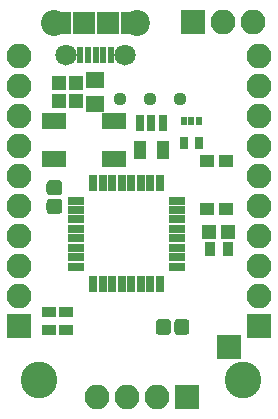
<source format=gbr>
G04 #@! TF.GenerationSoftware,KiCad,Pcbnew,5.1.2-f72e74a~84~ubuntu18.04.1*
G04 #@! TF.CreationDate,2019-07-10T23:14:27-06:00*
G04 #@! TF.ProjectId,rfboard,7266626f-6172-4642-9e6b-696361645f70,rev?*
G04 #@! TF.SameCoordinates,Original*
G04 #@! TF.FileFunction,Soldermask,Top*
G04 #@! TF.FilePolarity,Negative*
%FSLAX46Y46*%
G04 Gerber Fmt 4.6, Leading zero omitted, Abs format (unit mm)*
G04 Created by KiCad (PCBNEW 5.1.2-f72e74a~84~ubuntu18.04.1) date 2019-07-10 23:14:27*
%MOMM*%
%LPD*%
G04 APERTURE LIST*
%ADD10R,2.051000X1.398220*%
%ADD11R,1.200000X1.200000*%
%ADD12R,1.370000X0.658800*%
%ADD13R,0.658800X1.370000*%
%ADD14R,0.800000X1.340000*%
%ADD15R,1.000000X1.540000*%
%ADD16C,3.100000*%
%ADD17R,1.150000X1.200000*%
%ADD18R,1.650000X1.400000*%
%ADD19R,2.100000X2.100000*%
%ADD20O,2.100000X2.100000*%
%ADD21R,0.900000X1.300000*%
%ADD22R,0.500000X0.750000*%
%ADD23R,0.800000X1.050000*%
%ADD24R,1.201420X1.102360*%
%ADD25R,1.300000X0.900000*%
%ADD26C,0.100000*%
%ADD27C,1.275000*%
%ADD28C,1.130000*%
%ADD29R,0.500000X1.450000*%
%ADD30C,1.808000*%
%ADD31C,2.200000*%
%ADD32R,1.900000X1.950000*%
G04 APERTURE END LIST*
D10*
X110424440Y-137600000D03*
X110424440Y-140795320D03*
X115575560Y-140795320D03*
X115575560Y-137600000D03*
D11*
X125200000Y-147000000D03*
X123600000Y-147000000D03*
D12*
X120893820Y-144302140D03*
X120893820Y-145102240D03*
X120893820Y-145902340D03*
X120893820Y-146702440D03*
X120893820Y-147500000D03*
X120893820Y-148300100D03*
X120893820Y-149100200D03*
X120893820Y-149900300D03*
D13*
X119400300Y-151393820D03*
X118600200Y-151393820D03*
X117800100Y-151393820D03*
X117000000Y-151393820D03*
X116202440Y-151393820D03*
X115402340Y-151393820D03*
X114602240Y-151393820D03*
X113802140Y-151393820D03*
D12*
X112308620Y-149900300D03*
X112308620Y-149100200D03*
X112308620Y-148300100D03*
X112308620Y-147500000D03*
X112308620Y-146702440D03*
X112308620Y-145902340D03*
X112308620Y-145102240D03*
X112308620Y-144302140D03*
D13*
X113802140Y-142808620D03*
X114602240Y-142808620D03*
X115402340Y-142808620D03*
X116202440Y-142808620D03*
X117000000Y-142808620D03*
X117800100Y-142808620D03*
X118600200Y-142808620D03*
X119400300Y-142808620D03*
D14*
X119650000Y-137760000D03*
X118700000Y-137760000D03*
X117750000Y-137760000D03*
D15*
X117750000Y-140040000D03*
X119650000Y-140040000D03*
D16*
X109200000Y-159500000D03*
X126500000Y-159500000D03*
D17*
X110900000Y-135850000D03*
X110900000Y-134350000D03*
X112300000Y-135850000D03*
X112300000Y-134350000D03*
D18*
X113900000Y-134100000D03*
X113900000Y-136100000D03*
D19*
X107500000Y-154900000D03*
D20*
X107500000Y-152360000D03*
X107500000Y-149820000D03*
X107500000Y-147280000D03*
X107500000Y-144740000D03*
X107500000Y-142200000D03*
X107500000Y-139660000D03*
X107500000Y-137120000D03*
X107500000Y-134580000D03*
X107500000Y-132040000D03*
D19*
X127820000Y-154900000D03*
D20*
X127820000Y-152360000D03*
X127820000Y-149820000D03*
X127820000Y-147280000D03*
X127820000Y-144740000D03*
X127820000Y-142200000D03*
X127820000Y-139660000D03*
X127820000Y-137120000D03*
X127820000Y-134580000D03*
X127820000Y-132040000D03*
D19*
X122220000Y-129200000D03*
D20*
X124760000Y-129200000D03*
X127300000Y-129200000D03*
D19*
X121680000Y-160900000D03*
D20*
X119140000Y-160900000D03*
X116600000Y-160900000D03*
X114060000Y-160900000D03*
D21*
X125200000Y-148400000D03*
X123700000Y-148400000D03*
D22*
X122750000Y-137550000D03*
X121450000Y-137550000D03*
X122100000Y-137550000D03*
D23*
X121450000Y-139450000D03*
X122750000Y-139450000D03*
D24*
X123452440Y-140950220D03*
X123452440Y-145049780D03*
X125047560Y-145049780D03*
X125047560Y-140950220D03*
D25*
X110000000Y-153750000D03*
X110000000Y-155250000D03*
X111500000Y-153750000D03*
X111500000Y-155250000D03*
D19*
X125250000Y-156700000D03*
D26*
G36*
X110887493Y-142576535D02*
G01*
X110918435Y-142581125D01*
X110948778Y-142588725D01*
X110978230Y-142599263D01*
X111006508Y-142612638D01*
X111033338Y-142628719D01*
X111058463Y-142647353D01*
X111081640Y-142668360D01*
X111102647Y-142691537D01*
X111121281Y-142716662D01*
X111137362Y-142743492D01*
X111150737Y-142771770D01*
X111161275Y-142801222D01*
X111168875Y-142831565D01*
X111173465Y-142862507D01*
X111175000Y-142893750D01*
X111175000Y-143531250D01*
X111173465Y-143562493D01*
X111168875Y-143593435D01*
X111161275Y-143623778D01*
X111150737Y-143653230D01*
X111137362Y-143681508D01*
X111121281Y-143708338D01*
X111102647Y-143733463D01*
X111081640Y-143756640D01*
X111058463Y-143777647D01*
X111033338Y-143796281D01*
X111006508Y-143812362D01*
X110978230Y-143825737D01*
X110948778Y-143836275D01*
X110918435Y-143843875D01*
X110887493Y-143848465D01*
X110856250Y-143850000D01*
X110143750Y-143850000D01*
X110112507Y-143848465D01*
X110081565Y-143843875D01*
X110051222Y-143836275D01*
X110021770Y-143825737D01*
X109993492Y-143812362D01*
X109966662Y-143796281D01*
X109941537Y-143777647D01*
X109918360Y-143756640D01*
X109897353Y-143733463D01*
X109878719Y-143708338D01*
X109862638Y-143681508D01*
X109849263Y-143653230D01*
X109838725Y-143623778D01*
X109831125Y-143593435D01*
X109826535Y-143562493D01*
X109825000Y-143531250D01*
X109825000Y-142893750D01*
X109826535Y-142862507D01*
X109831125Y-142831565D01*
X109838725Y-142801222D01*
X109849263Y-142771770D01*
X109862638Y-142743492D01*
X109878719Y-142716662D01*
X109897353Y-142691537D01*
X109918360Y-142668360D01*
X109941537Y-142647353D01*
X109966662Y-142628719D01*
X109993492Y-142612638D01*
X110021770Y-142599263D01*
X110051222Y-142588725D01*
X110081565Y-142581125D01*
X110112507Y-142576535D01*
X110143750Y-142575000D01*
X110856250Y-142575000D01*
X110887493Y-142576535D01*
X110887493Y-142576535D01*
G37*
D27*
X110500000Y-143212500D03*
D26*
G36*
X110887493Y-144151535D02*
G01*
X110918435Y-144156125D01*
X110948778Y-144163725D01*
X110978230Y-144174263D01*
X111006508Y-144187638D01*
X111033338Y-144203719D01*
X111058463Y-144222353D01*
X111081640Y-144243360D01*
X111102647Y-144266537D01*
X111121281Y-144291662D01*
X111137362Y-144318492D01*
X111150737Y-144346770D01*
X111161275Y-144376222D01*
X111168875Y-144406565D01*
X111173465Y-144437507D01*
X111175000Y-144468750D01*
X111175000Y-145106250D01*
X111173465Y-145137493D01*
X111168875Y-145168435D01*
X111161275Y-145198778D01*
X111150737Y-145228230D01*
X111137362Y-145256508D01*
X111121281Y-145283338D01*
X111102647Y-145308463D01*
X111081640Y-145331640D01*
X111058463Y-145352647D01*
X111033338Y-145371281D01*
X111006508Y-145387362D01*
X110978230Y-145400737D01*
X110948778Y-145411275D01*
X110918435Y-145418875D01*
X110887493Y-145423465D01*
X110856250Y-145425000D01*
X110143750Y-145425000D01*
X110112507Y-145423465D01*
X110081565Y-145418875D01*
X110051222Y-145411275D01*
X110021770Y-145400737D01*
X109993492Y-145387362D01*
X109966662Y-145371281D01*
X109941537Y-145352647D01*
X109918360Y-145331640D01*
X109897353Y-145308463D01*
X109878719Y-145283338D01*
X109862638Y-145256508D01*
X109849263Y-145228230D01*
X109838725Y-145198778D01*
X109831125Y-145168435D01*
X109826535Y-145137493D01*
X109825000Y-145106250D01*
X109825000Y-144468750D01*
X109826535Y-144437507D01*
X109831125Y-144406565D01*
X109838725Y-144376222D01*
X109849263Y-144346770D01*
X109862638Y-144318492D01*
X109878719Y-144291662D01*
X109897353Y-144266537D01*
X109918360Y-144243360D01*
X109941537Y-144222353D01*
X109966662Y-144203719D01*
X109993492Y-144187638D01*
X110021770Y-144174263D01*
X110051222Y-144163725D01*
X110081565Y-144156125D01*
X110112507Y-144151535D01*
X110143750Y-144150000D01*
X110856250Y-144150000D01*
X110887493Y-144151535D01*
X110887493Y-144151535D01*
G37*
D27*
X110500000Y-144787500D03*
D26*
G36*
X120062493Y-154326535D02*
G01*
X120093435Y-154331125D01*
X120123778Y-154338725D01*
X120153230Y-154349263D01*
X120181508Y-154362638D01*
X120208338Y-154378719D01*
X120233463Y-154397353D01*
X120256640Y-154418360D01*
X120277647Y-154441537D01*
X120296281Y-154466662D01*
X120312362Y-154493492D01*
X120325737Y-154521770D01*
X120336275Y-154551222D01*
X120343875Y-154581565D01*
X120348465Y-154612507D01*
X120350000Y-154643750D01*
X120350000Y-155356250D01*
X120348465Y-155387493D01*
X120343875Y-155418435D01*
X120336275Y-155448778D01*
X120325737Y-155478230D01*
X120312362Y-155506508D01*
X120296281Y-155533338D01*
X120277647Y-155558463D01*
X120256640Y-155581640D01*
X120233463Y-155602647D01*
X120208338Y-155621281D01*
X120181508Y-155637362D01*
X120153230Y-155650737D01*
X120123778Y-155661275D01*
X120093435Y-155668875D01*
X120062493Y-155673465D01*
X120031250Y-155675000D01*
X119393750Y-155675000D01*
X119362507Y-155673465D01*
X119331565Y-155668875D01*
X119301222Y-155661275D01*
X119271770Y-155650737D01*
X119243492Y-155637362D01*
X119216662Y-155621281D01*
X119191537Y-155602647D01*
X119168360Y-155581640D01*
X119147353Y-155558463D01*
X119128719Y-155533338D01*
X119112638Y-155506508D01*
X119099263Y-155478230D01*
X119088725Y-155448778D01*
X119081125Y-155418435D01*
X119076535Y-155387493D01*
X119075000Y-155356250D01*
X119075000Y-154643750D01*
X119076535Y-154612507D01*
X119081125Y-154581565D01*
X119088725Y-154551222D01*
X119099263Y-154521770D01*
X119112638Y-154493492D01*
X119128719Y-154466662D01*
X119147353Y-154441537D01*
X119168360Y-154418360D01*
X119191537Y-154397353D01*
X119216662Y-154378719D01*
X119243492Y-154362638D01*
X119271770Y-154349263D01*
X119301222Y-154338725D01*
X119331565Y-154331125D01*
X119362507Y-154326535D01*
X119393750Y-154325000D01*
X120031250Y-154325000D01*
X120062493Y-154326535D01*
X120062493Y-154326535D01*
G37*
D27*
X119712500Y-155000000D03*
D26*
G36*
X121637493Y-154326535D02*
G01*
X121668435Y-154331125D01*
X121698778Y-154338725D01*
X121728230Y-154349263D01*
X121756508Y-154362638D01*
X121783338Y-154378719D01*
X121808463Y-154397353D01*
X121831640Y-154418360D01*
X121852647Y-154441537D01*
X121871281Y-154466662D01*
X121887362Y-154493492D01*
X121900737Y-154521770D01*
X121911275Y-154551222D01*
X121918875Y-154581565D01*
X121923465Y-154612507D01*
X121925000Y-154643750D01*
X121925000Y-155356250D01*
X121923465Y-155387493D01*
X121918875Y-155418435D01*
X121911275Y-155448778D01*
X121900737Y-155478230D01*
X121887362Y-155506508D01*
X121871281Y-155533338D01*
X121852647Y-155558463D01*
X121831640Y-155581640D01*
X121808463Y-155602647D01*
X121783338Y-155621281D01*
X121756508Y-155637362D01*
X121728230Y-155650737D01*
X121698778Y-155661275D01*
X121668435Y-155668875D01*
X121637493Y-155673465D01*
X121606250Y-155675000D01*
X120968750Y-155675000D01*
X120937507Y-155673465D01*
X120906565Y-155668875D01*
X120876222Y-155661275D01*
X120846770Y-155650737D01*
X120818492Y-155637362D01*
X120791662Y-155621281D01*
X120766537Y-155602647D01*
X120743360Y-155581640D01*
X120722353Y-155558463D01*
X120703719Y-155533338D01*
X120687638Y-155506508D01*
X120674263Y-155478230D01*
X120663725Y-155448778D01*
X120656125Y-155418435D01*
X120651535Y-155387493D01*
X120650000Y-155356250D01*
X120650000Y-154643750D01*
X120651535Y-154612507D01*
X120656125Y-154581565D01*
X120663725Y-154551222D01*
X120674263Y-154521770D01*
X120687638Y-154493492D01*
X120703719Y-154466662D01*
X120722353Y-154441537D01*
X120743360Y-154418360D01*
X120766537Y-154397353D01*
X120791662Y-154378719D01*
X120818492Y-154362638D01*
X120846770Y-154349263D01*
X120876222Y-154338725D01*
X120906565Y-154331125D01*
X120937507Y-154326535D01*
X120968750Y-154325000D01*
X121606250Y-154325000D01*
X121637493Y-154326535D01*
X121637493Y-154326535D01*
G37*
D27*
X121287500Y-155000000D03*
D28*
X118560000Y-135720000D03*
X116020000Y-135720000D03*
X121100000Y-135720000D03*
D29*
X115300000Y-131975000D03*
X114650000Y-131975000D03*
X114000000Y-131975000D03*
X113350000Y-131975000D03*
X112700000Y-131975000D03*
D30*
X116500000Y-132000000D03*
X111500000Y-132000000D03*
D31*
X117500000Y-129300000D03*
X110500000Y-129300000D03*
D32*
X115000000Y-129300000D03*
X113000000Y-129300000D03*
X117050000Y-129300000D03*
X110950000Y-129300000D03*
M02*

</source>
